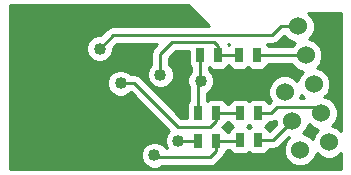
<source format=gbl>
G04 (created by PCBNEW-RS274X (2012-01-19 BZR 3256)-stable) date 12/05/2013 23:19:03*
G01*
G70*
G90*
%MOIN*%
G04 Gerber Fmt 3.4, Leading zero omitted, Abs format*
%FSLAX34Y34*%
G04 APERTURE LIST*
%ADD10C,0.006000*%
%ADD11C,0.060000*%
%ADD12R,0.025000X0.045000*%
%ADD13C,0.040000*%
%ADD14C,0.010000*%
G04 APERTURE END LIST*
G54D10*
G54D11*
X53729Y-37263D03*
X53280Y-39453D03*
X54246Y-39194D03*
X53211Y-35331D03*
X53021Y-38487D03*
X53987Y-38229D03*
X52763Y-37521D03*
X53470Y-36297D03*
G54D12*
X51875Y-38225D03*
X51275Y-38225D03*
X50475Y-38225D03*
X49875Y-38225D03*
X51875Y-39125D03*
X51275Y-39125D03*
X50475Y-39150D03*
X49875Y-39150D03*
X51850Y-36300D03*
X51250Y-36300D03*
X50550Y-36300D03*
X49950Y-36300D03*
G54D13*
X46600Y-36075D03*
X48625Y-36950D03*
X49225Y-39150D03*
X49975Y-37150D03*
X47300Y-37225D03*
X48425Y-39625D03*
G54D14*
X47050Y-35625D02*
X46600Y-36075D01*
X52350Y-35625D02*
X47050Y-35625D01*
X52644Y-35331D02*
X52350Y-35625D01*
X53211Y-35331D02*
X52644Y-35331D01*
X51850Y-36300D02*
X53467Y-36300D01*
X53467Y-36300D02*
X53470Y-36297D01*
X48625Y-36950D02*
X48625Y-36250D01*
X50400Y-35850D02*
X50550Y-36000D01*
X50550Y-36300D02*
X51250Y-36300D01*
X48625Y-36250D02*
X49025Y-35850D01*
X49025Y-35850D02*
X50400Y-35850D01*
X50550Y-36000D02*
X50550Y-36300D01*
X49875Y-38225D02*
X49875Y-37250D01*
X49950Y-36300D02*
X49950Y-37125D01*
X49950Y-37125D02*
X49975Y-37150D01*
X49875Y-39150D02*
X49225Y-39150D01*
X49875Y-37250D02*
X49975Y-37150D01*
X51875Y-38225D02*
X52325Y-38225D01*
X53783Y-38025D02*
X53987Y-38229D01*
X52525Y-38025D02*
X53783Y-38025D01*
X52325Y-38225D02*
X52525Y-38025D01*
X50475Y-38475D02*
X50275Y-38675D01*
X50275Y-38675D02*
X49200Y-38675D01*
X49200Y-38675D02*
X47750Y-37225D01*
X47750Y-37225D02*
X47300Y-37225D01*
X50475Y-38225D02*
X50475Y-38475D01*
X50475Y-38225D02*
X51275Y-38225D01*
X51875Y-39125D02*
X52383Y-39125D01*
X52383Y-39125D02*
X53021Y-38487D01*
X48425Y-39625D02*
X48500Y-39700D01*
X48500Y-39700D02*
X50275Y-39700D01*
X50275Y-39700D02*
X50475Y-39500D01*
X50475Y-39500D02*
X50475Y-39150D01*
X50475Y-39150D02*
X51250Y-39150D01*
X51250Y-39150D02*
X51275Y-39125D01*
G54D10*
G36*
X50923Y-35925D02*
X50914Y-35934D01*
X50899Y-35967D01*
X50886Y-35934D01*
X50877Y-35925D01*
X50923Y-35925D01*
X50923Y-35925D01*
G37*
G54D14*
X50923Y-35925D02*
X50914Y-35934D01*
X50899Y-35967D01*
X50886Y-35934D01*
X50877Y-35925D01*
X50923Y-35925D01*
G54D10*
G36*
X51042Y-38675D02*
X51009Y-38689D01*
X50939Y-38759D01*
X50901Y-38850D01*
X50838Y-38850D01*
X50811Y-38784D01*
X50741Y-38714D01*
X50684Y-38690D01*
X50687Y-38688D01*
X50687Y-38687D01*
X50690Y-38681D01*
X50691Y-38681D01*
X50741Y-38661D01*
X50811Y-38591D01*
X50838Y-38525D01*
X50911Y-38525D01*
X50939Y-38591D01*
X51009Y-38661D01*
X51042Y-38675D01*
X51042Y-38675D01*
G37*
G54D14*
X51042Y-38675D02*
X51009Y-38689D01*
X50939Y-38759D01*
X50901Y-38850D01*
X50838Y-38850D01*
X50811Y-38784D01*
X50741Y-38714D01*
X50684Y-38690D01*
X50687Y-38688D01*
X50687Y-38687D01*
X50690Y-38681D01*
X50691Y-38681D01*
X50741Y-38661D01*
X50811Y-38591D01*
X50838Y-38525D01*
X50911Y-38525D01*
X50939Y-38591D01*
X51009Y-38661D01*
X51042Y-38675D01*
G54D10*
G36*
X51642Y-38675D02*
X51609Y-38689D01*
X51575Y-38723D01*
X51541Y-38689D01*
X51507Y-38674D01*
X51541Y-38661D01*
X51575Y-38627D01*
X51609Y-38661D01*
X51642Y-38675D01*
X51642Y-38675D01*
G37*
G54D14*
X51642Y-38675D02*
X51609Y-38689D01*
X51575Y-38723D01*
X51541Y-38689D01*
X51507Y-38674D01*
X51541Y-38661D01*
X51575Y-38627D01*
X51609Y-38661D01*
X51642Y-38675D01*
G54D10*
G36*
X52476Y-38607D02*
X52259Y-38825D01*
X52238Y-38825D01*
X52211Y-38759D01*
X52141Y-38689D01*
X52107Y-38674D01*
X52141Y-38661D01*
X52211Y-38591D01*
X52238Y-38525D01*
X52325Y-38525D01*
X52440Y-38502D01*
X52472Y-38480D01*
X52472Y-38596D01*
X52476Y-38607D01*
X52476Y-38607D01*
G37*
G54D14*
X52476Y-38607D02*
X52259Y-38825D01*
X52238Y-38825D01*
X52211Y-38759D01*
X52141Y-38689D01*
X52107Y-38674D01*
X52141Y-38661D01*
X52211Y-38591D01*
X52238Y-38525D01*
X52325Y-38525D01*
X52440Y-38502D01*
X52472Y-38480D01*
X52472Y-38596D01*
X52476Y-38607D01*
G54D10*
G36*
X53111Y-35880D02*
X53005Y-35986D01*
X52999Y-36000D01*
X52213Y-36000D01*
X52186Y-35934D01*
X52177Y-35925D01*
X52350Y-35925D01*
X52465Y-35902D01*
X52562Y-35837D01*
X52751Y-35647D01*
X52900Y-35796D01*
X53102Y-35880D01*
X53111Y-35880D01*
X53111Y-35880D01*
G37*
G54D14*
X53111Y-35880D02*
X53005Y-35986D01*
X52999Y-36000D01*
X52213Y-36000D01*
X52186Y-35934D01*
X52177Y-35925D01*
X52350Y-35925D01*
X52465Y-35902D01*
X52562Y-35837D01*
X52751Y-35647D01*
X52900Y-35796D01*
X53102Y-35880D01*
X53111Y-35880D01*
G54D10*
G36*
X53370Y-36846D02*
X53336Y-36880D01*
X53264Y-36952D01*
X53180Y-37154D01*
X53180Y-37162D01*
X53074Y-37056D01*
X52872Y-36972D01*
X52654Y-36972D01*
X52452Y-37056D01*
X52298Y-37210D01*
X52214Y-37412D01*
X52214Y-37630D01*
X52296Y-37828D01*
X52227Y-37898D01*
X52211Y-37859D01*
X52141Y-37789D01*
X52050Y-37751D01*
X51951Y-37751D01*
X51701Y-37751D01*
X51609Y-37789D01*
X51575Y-37823D01*
X51541Y-37789D01*
X51450Y-37751D01*
X51351Y-37751D01*
X51101Y-37751D01*
X51009Y-37789D01*
X50939Y-37859D01*
X50911Y-37925D01*
X50838Y-37925D01*
X50811Y-37859D01*
X50741Y-37789D01*
X50650Y-37751D01*
X50551Y-37751D01*
X50301Y-37751D01*
X50209Y-37789D01*
X50175Y-37823D01*
X50175Y-37553D01*
X50229Y-37531D01*
X50355Y-37405D01*
X50424Y-37240D01*
X50424Y-37061D01*
X50356Y-36896D01*
X50250Y-36790D01*
X50250Y-36702D01*
X50284Y-36736D01*
X50375Y-36774D01*
X50474Y-36774D01*
X50724Y-36774D01*
X50816Y-36736D01*
X50886Y-36666D01*
X50900Y-36632D01*
X50914Y-36666D01*
X50984Y-36736D01*
X51075Y-36774D01*
X51174Y-36774D01*
X51424Y-36774D01*
X51516Y-36736D01*
X51550Y-36702D01*
X51584Y-36736D01*
X51675Y-36774D01*
X51774Y-36774D01*
X52024Y-36774D01*
X52116Y-36736D01*
X52186Y-36666D01*
X52213Y-36600D01*
X53001Y-36600D01*
X53005Y-36608D01*
X53159Y-36762D01*
X53361Y-36846D01*
X53370Y-36846D01*
X53370Y-36846D01*
G37*
G54D14*
X53370Y-36846D02*
X53336Y-36880D01*
X53264Y-36952D01*
X53180Y-37154D01*
X53180Y-37162D01*
X53074Y-37056D01*
X52872Y-36972D01*
X52654Y-36972D01*
X52452Y-37056D01*
X52298Y-37210D01*
X52214Y-37412D01*
X52214Y-37630D01*
X52296Y-37828D01*
X52227Y-37898D01*
X52211Y-37859D01*
X52141Y-37789D01*
X52050Y-37751D01*
X51951Y-37751D01*
X51701Y-37751D01*
X51609Y-37789D01*
X51575Y-37823D01*
X51541Y-37789D01*
X51450Y-37751D01*
X51351Y-37751D01*
X51101Y-37751D01*
X51009Y-37789D01*
X50939Y-37859D01*
X50911Y-37925D01*
X50838Y-37925D01*
X50811Y-37859D01*
X50741Y-37789D01*
X50650Y-37751D01*
X50551Y-37751D01*
X50301Y-37751D01*
X50209Y-37789D01*
X50175Y-37823D01*
X50175Y-37553D01*
X50229Y-37531D01*
X50355Y-37405D01*
X50424Y-37240D01*
X50424Y-37061D01*
X50356Y-36896D01*
X50250Y-36790D01*
X50250Y-36702D01*
X50284Y-36736D01*
X50375Y-36774D01*
X50474Y-36774D01*
X50724Y-36774D01*
X50816Y-36736D01*
X50886Y-36666D01*
X50900Y-36632D01*
X50914Y-36666D01*
X50984Y-36736D01*
X51075Y-36774D01*
X51174Y-36774D01*
X51424Y-36774D01*
X51516Y-36736D01*
X51550Y-36702D01*
X51584Y-36736D01*
X51675Y-36774D01*
X51774Y-36774D01*
X52024Y-36774D01*
X52116Y-36736D01*
X52186Y-36666D01*
X52213Y-36600D01*
X53001Y-36600D01*
X53005Y-36608D01*
X53159Y-36762D01*
X53361Y-36846D01*
X53370Y-36846D01*
G54D10*
G36*
X53415Y-37725D02*
X53272Y-37725D01*
X53312Y-37630D01*
X53312Y-37622D01*
X53346Y-37656D01*
X53415Y-37725D01*
X53415Y-37725D01*
G37*
G54D14*
X53415Y-37725D02*
X53272Y-37725D01*
X53312Y-37630D01*
X53312Y-37622D01*
X53346Y-37656D01*
X53415Y-37725D01*
G54D10*
G36*
X53886Y-38778D02*
X53781Y-38883D01*
X53697Y-39085D01*
X53697Y-39094D01*
X53591Y-38988D01*
X53389Y-38904D01*
X53380Y-38904D01*
X53486Y-38798D01*
X53570Y-38596D01*
X53570Y-38588D01*
X53676Y-38694D01*
X53878Y-38778D01*
X53886Y-38778D01*
X53886Y-38778D01*
G37*
G54D14*
X53886Y-38778D02*
X53781Y-38883D01*
X53697Y-39085D01*
X53697Y-39094D01*
X53591Y-38988D01*
X53389Y-38904D01*
X53380Y-38904D01*
X53486Y-38798D01*
X53570Y-38596D01*
X53570Y-38588D01*
X53676Y-38694D01*
X53878Y-38778D01*
X53886Y-38778D01*
G54D10*
G36*
X54650Y-38822D02*
X54557Y-38729D01*
X54355Y-38645D01*
X54347Y-38645D01*
X54452Y-38540D01*
X54536Y-38338D01*
X54536Y-38120D01*
X54452Y-37918D01*
X54298Y-37764D01*
X54096Y-37680D01*
X54088Y-37680D01*
X54122Y-37646D01*
X54194Y-37574D01*
X54278Y-37372D01*
X54278Y-37154D01*
X54194Y-36952D01*
X54112Y-36870D01*
X54040Y-36798D01*
X53838Y-36714D01*
X53829Y-36714D01*
X53935Y-36608D01*
X54019Y-36406D01*
X54019Y-36188D01*
X53935Y-35986D01*
X53781Y-35832D01*
X53579Y-35748D01*
X53570Y-35748D01*
X53676Y-35642D01*
X53760Y-35440D01*
X53760Y-35222D01*
X53676Y-35020D01*
X53556Y-34900D01*
X54650Y-34900D01*
X54650Y-38822D01*
X54650Y-38822D01*
G37*
G54D14*
X54650Y-38822D02*
X54557Y-38729D01*
X54355Y-38645D01*
X54347Y-38645D01*
X54452Y-38540D01*
X54536Y-38338D01*
X54536Y-38120D01*
X54452Y-37918D01*
X54298Y-37764D01*
X54096Y-37680D01*
X54088Y-37680D01*
X54122Y-37646D01*
X54194Y-37574D01*
X54278Y-37372D01*
X54278Y-37154D01*
X54194Y-36952D01*
X54112Y-36870D01*
X54040Y-36798D01*
X53838Y-36714D01*
X53829Y-36714D01*
X53935Y-36608D01*
X54019Y-36406D01*
X54019Y-36188D01*
X53935Y-35986D01*
X53781Y-35832D01*
X53579Y-35748D01*
X53570Y-35748D01*
X53676Y-35642D01*
X53760Y-35440D01*
X53760Y-35222D01*
X53676Y-35020D01*
X53556Y-34900D01*
X54650Y-34900D01*
X54650Y-38822D01*
G54D10*
G36*
X54650Y-40100D02*
X54318Y-40100D01*
X54299Y-40096D01*
X53464Y-40096D01*
X53460Y-40095D01*
X53420Y-40095D01*
X43605Y-40095D01*
X43605Y-34625D01*
X49540Y-34625D01*
X50240Y-35325D01*
X47050Y-35325D01*
X46935Y-35348D01*
X46838Y-35413D01*
X46625Y-35626D01*
X46511Y-35626D01*
X46346Y-35694D01*
X46220Y-35820D01*
X46151Y-35985D01*
X46151Y-36164D01*
X46219Y-36329D01*
X46345Y-36455D01*
X46510Y-36524D01*
X46689Y-36524D01*
X46854Y-36456D01*
X46980Y-36330D01*
X47049Y-36165D01*
X47049Y-36050D01*
X47174Y-35925D01*
X48525Y-35925D01*
X48413Y-36038D01*
X48348Y-36135D01*
X48325Y-36250D01*
X48325Y-36615D01*
X48245Y-36695D01*
X48176Y-36860D01*
X48176Y-37039D01*
X48244Y-37204D01*
X48370Y-37330D01*
X48535Y-37399D01*
X48714Y-37399D01*
X48879Y-37331D01*
X49005Y-37205D01*
X49074Y-37040D01*
X49074Y-36861D01*
X49006Y-36696D01*
X48925Y-36615D01*
X48925Y-36374D01*
X49149Y-36150D01*
X49576Y-36150D01*
X49576Y-36574D01*
X49614Y-36666D01*
X49650Y-36702D01*
X49650Y-36840D01*
X49595Y-36895D01*
X49526Y-37060D01*
X49526Y-37239D01*
X49575Y-37357D01*
X49575Y-37823D01*
X49539Y-37859D01*
X49501Y-37950D01*
X49501Y-38049D01*
X49501Y-38375D01*
X49324Y-38375D01*
X47962Y-37013D01*
X47865Y-36948D01*
X47750Y-36925D01*
X47635Y-36925D01*
X47555Y-36845D01*
X47390Y-36776D01*
X47211Y-36776D01*
X47046Y-36844D01*
X46920Y-36970D01*
X46851Y-37135D01*
X46851Y-37314D01*
X46919Y-37479D01*
X47045Y-37605D01*
X47210Y-37674D01*
X47389Y-37674D01*
X47554Y-37606D01*
X47630Y-37529D01*
X48920Y-38819D01*
X48845Y-38895D01*
X48776Y-39060D01*
X48776Y-39239D01*
X48842Y-39400D01*
X48817Y-39400D01*
X48806Y-39371D01*
X48680Y-39245D01*
X48515Y-39176D01*
X48336Y-39176D01*
X48171Y-39244D01*
X48045Y-39370D01*
X47976Y-39535D01*
X47976Y-39714D01*
X48044Y-39879D01*
X48170Y-40005D01*
X48335Y-40074D01*
X48514Y-40074D01*
X48679Y-40006D01*
X48685Y-40000D01*
X50275Y-40000D01*
X50390Y-39977D01*
X50487Y-39912D01*
X50687Y-39713D01*
X50687Y-39712D01*
X50752Y-39615D01*
X50761Y-39565D01*
X50762Y-39565D01*
X50811Y-39516D01*
X50838Y-39450D01*
X50922Y-39450D01*
X50939Y-39491D01*
X51009Y-39561D01*
X51100Y-39599D01*
X51199Y-39599D01*
X51449Y-39599D01*
X51541Y-39561D01*
X51575Y-39527D01*
X51609Y-39561D01*
X51700Y-39599D01*
X51799Y-39599D01*
X52049Y-39599D01*
X52141Y-39561D01*
X52211Y-39491D01*
X52238Y-39425D01*
X52383Y-39425D01*
X52498Y-39402D01*
X52595Y-39337D01*
X52900Y-39031D01*
X52912Y-39036D01*
X52921Y-39036D01*
X52815Y-39142D01*
X52731Y-39344D01*
X52731Y-39562D01*
X52815Y-39764D01*
X52969Y-39918D01*
X53171Y-40002D01*
X53389Y-40002D01*
X53591Y-39918D01*
X53745Y-39764D01*
X53829Y-39562D01*
X53829Y-39553D01*
X53935Y-39659D01*
X54137Y-39743D01*
X54355Y-39743D01*
X54557Y-39659D01*
X54650Y-39566D01*
X54650Y-40100D01*
X54650Y-40100D01*
G37*
G54D14*
X54650Y-40100D02*
X54318Y-40100D01*
X54299Y-40096D01*
X53464Y-40096D01*
X53460Y-40095D01*
X53420Y-40095D01*
X43605Y-40095D01*
X43605Y-34625D01*
X49540Y-34625D01*
X50240Y-35325D01*
X47050Y-35325D01*
X46935Y-35348D01*
X46838Y-35413D01*
X46625Y-35626D01*
X46511Y-35626D01*
X46346Y-35694D01*
X46220Y-35820D01*
X46151Y-35985D01*
X46151Y-36164D01*
X46219Y-36329D01*
X46345Y-36455D01*
X46510Y-36524D01*
X46689Y-36524D01*
X46854Y-36456D01*
X46980Y-36330D01*
X47049Y-36165D01*
X47049Y-36050D01*
X47174Y-35925D01*
X48525Y-35925D01*
X48413Y-36038D01*
X48348Y-36135D01*
X48325Y-36250D01*
X48325Y-36615D01*
X48245Y-36695D01*
X48176Y-36860D01*
X48176Y-37039D01*
X48244Y-37204D01*
X48370Y-37330D01*
X48535Y-37399D01*
X48714Y-37399D01*
X48879Y-37331D01*
X49005Y-37205D01*
X49074Y-37040D01*
X49074Y-36861D01*
X49006Y-36696D01*
X48925Y-36615D01*
X48925Y-36374D01*
X49149Y-36150D01*
X49576Y-36150D01*
X49576Y-36574D01*
X49614Y-36666D01*
X49650Y-36702D01*
X49650Y-36840D01*
X49595Y-36895D01*
X49526Y-37060D01*
X49526Y-37239D01*
X49575Y-37357D01*
X49575Y-37823D01*
X49539Y-37859D01*
X49501Y-37950D01*
X49501Y-38049D01*
X49501Y-38375D01*
X49324Y-38375D01*
X47962Y-37013D01*
X47865Y-36948D01*
X47750Y-36925D01*
X47635Y-36925D01*
X47555Y-36845D01*
X47390Y-36776D01*
X47211Y-36776D01*
X47046Y-36844D01*
X46920Y-36970D01*
X46851Y-37135D01*
X46851Y-37314D01*
X46919Y-37479D01*
X47045Y-37605D01*
X47210Y-37674D01*
X47389Y-37674D01*
X47554Y-37606D01*
X47630Y-37529D01*
X48920Y-38819D01*
X48845Y-38895D01*
X48776Y-39060D01*
X48776Y-39239D01*
X48842Y-39400D01*
X48817Y-39400D01*
X48806Y-39371D01*
X48680Y-39245D01*
X48515Y-39176D01*
X48336Y-39176D01*
X48171Y-39244D01*
X48045Y-39370D01*
X47976Y-39535D01*
X47976Y-39714D01*
X48044Y-39879D01*
X48170Y-40005D01*
X48335Y-40074D01*
X48514Y-40074D01*
X48679Y-40006D01*
X48685Y-40000D01*
X50275Y-40000D01*
X50390Y-39977D01*
X50487Y-39912D01*
X50687Y-39713D01*
X50687Y-39712D01*
X50752Y-39615D01*
X50761Y-39565D01*
X50762Y-39565D01*
X50811Y-39516D01*
X50838Y-39450D01*
X50922Y-39450D01*
X50939Y-39491D01*
X51009Y-39561D01*
X51100Y-39599D01*
X51199Y-39599D01*
X51449Y-39599D01*
X51541Y-39561D01*
X51575Y-39527D01*
X51609Y-39561D01*
X51700Y-39599D01*
X51799Y-39599D01*
X52049Y-39599D01*
X52141Y-39561D01*
X52211Y-39491D01*
X52238Y-39425D01*
X52383Y-39425D01*
X52498Y-39402D01*
X52595Y-39337D01*
X52900Y-39031D01*
X52912Y-39036D01*
X52921Y-39036D01*
X52815Y-39142D01*
X52731Y-39344D01*
X52731Y-39562D01*
X52815Y-39764D01*
X52969Y-39918D01*
X53171Y-40002D01*
X53389Y-40002D01*
X53591Y-39918D01*
X53745Y-39764D01*
X53829Y-39562D01*
X53829Y-39553D01*
X53935Y-39659D01*
X54137Y-39743D01*
X54355Y-39743D01*
X54557Y-39659D01*
X54650Y-39566D01*
X54650Y-40100D01*
M02*

</source>
